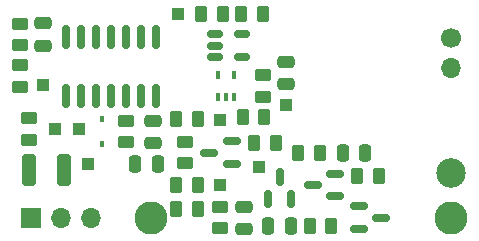
<source format=gbs>
G04 #@! TF.GenerationSoftware,KiCad,Pcbnew,(5.99.0-10559-g8513ca974c)*
G04 #@! TF.CreationDate,2021-05-16T19:19:17+12:00*
G04 #@! TF.ProjectId,SafePulse,53616665-5075-46c7-9365-2e6b69636164,V1.2.2*
G04 #@! TF.SameCoordinates,Original*
G04 #@! TF.FileFunction,Soldermask,Bot*
G04 #@! TF.FilePolarity,Negative*
%FSLAX46Y46*%
G04 Gerber Fmt 4.6, Leading zero omitted, Abs format (unit mm)*
G04 Created by KiCad (PCBNEW (5.99.0-10559-g8513ca974c)) date 2021-05-16 19:19:17*
%MOMM*%
%LPD*%
G01*
G04 APERTURE LIST*
G04 Aperture macros list*
%AMRoundRect*
0 Rectangle with rounded corners*
0 $1 Rounding radius*
0 $2 $3 $4 $5 $6 $7 $8 $9 X,Y pos of 4 corners*
0 Add a 4 corners polygon primitive as box body*
4,1,4,$2,$3,$4,$5,$6,$7,$8,$9,$2,$3,0*
0 Add four circle primitives for the rounded corners*
1,1,$1+$1,$2,$3*
1,1,$1+$1,$4,$5*
1,1,$1+$1,$6,$7*
1,1,$1+$1,$8,$9*
0 Add four rect primitives between the rounded corners*
20,1,$1+$1,$2,$3,$4,$5,0*
20,1,$1+$1,$4,$5,$6,$7,0*
20,1,$1+$1,$6,$7,$8,$9,0*
20,1,$1+$1,$8,$9,$2,$3,0*%
G04 Aperture macros list end*
%ADD10C,1.700000*%
%ADD11O,1.700000X1.700000*%
%ADD12C,2.500000*%
%ADD13C,2.800000*%
%ADD14R,1.700000X1.700000*%
%ADD15R,1.000000X1.000000*%
%ADD16RoundRect,0.250000X-0.262500X-0.450000X0.262500X-0.450000X0.262500X0.450000X-0.262500X0.450000X0*%
%ADD17RoundRect,0.150000X0.587500X0.150000X-0.587500X0.150000X-0.587500X-0.150000X0.587500X-0.150000X0*%
%ADD18RoundRect,0.250000X0.262500X0.450000X-0.262500X0.450000X-0.262500X-0.450000X0.262500X-0.450000X0*%
%ADD19RoundRect,0.250000X-0.250000X-0.475000X0.250000X-0.475000X0.250000X0.475000X-0.250000X0.475000X0*%
%ADD20RoundRect,0.250000X-0.475000X0.250000X-0.475000X-0.250000X0.475000X-0.250000X0.475000X0.250000X0*%
%ADD21RoundRect,0.250000X0.450000X-0.262500X0.450000X0.262500X-0.450000X0.262500X-0.450000X-0.262500X0*%
%ADD22RoundRect,0.250000X-0.450000X0.262500X-0.450000X-0.262500X0.450000X-0.262500X0.450000X0.262500X0*%
%ADD23R,0.450000X0.600000*%
%ADD24RoundRect,0.150000X-0.587500X-0.150000X0.587500X-0.150000X0.587500X0.150000X-0.587500X0.150000X0*%
%ADD25RoundRect,0.150000X0.150000X-0.587500X0.150000X0.587500X-0.150000X0.587500X-0.150000X-0.587500X0*%
%ADD26RoundRect,0.150000X0.150000X-0.825000X0.150000X0.825000X-0.150000X0.825000X-0.150000X-0.825000X0*%
%ADD27RoundRect,0.250000X0.250000X0.475000X-0.250000X0.475000X-0.250000X-0.475000X0.250000X-0.475000X0*%
%ADD28RoundRect,0.150000X-0.512500X-0.150000X0.512500X-0.150000X0.512500X0.150000X-0.512500X0.150000X0*%
%ADD29RoundRect,0.250000X0.475000X-0.250000X0.475000X0.250000X-0.475000X0.250000X-0.475000X-0.250000X0*%
%ADD30RoundRect,0.250000X-0.325000X-1.100000X0.325000X-1.100000X0.325000X1.100000X-0.325000X1.100000X0*%
%ADD31R,0.400000X0.650000*%
G04 APERTURE END LIST*
D10*
X164060000Y-60325000D03*
D11*
X164060000Y-62865000D03*
D12*
X164060000Y-71755000D03*
D13*
X164060000Y-75565000D03*
X138660000Y-75565000D03*
D14*
X128500000Y-75565000D03*
D11*
X131040000Y-75565000D03*
X133580000Y-75565000D03*
D15*
X132520000Y-68020000D03*
D16*
X140795500Y-74803000D03*
X142620500Y-74803000D03*
D15*
X150100000Y-66000000D03*
D16*
X140795500Y-72771000D03*
X142620500Y-72771000D03*
D17*
X154207500Y-71820000D03*
X154207500Y-73720000D03*
X152332500Y-72770000D03*
D15*
X140900000Y-58265000D03*
D18*
X144712500Y-58265000D03*
X142887500Y-58265000D03*
D19*
X148550000Y-76270000D03*
X150450000Y-76270000D03*
D20*
X129520000Y-59070000D03*
X129520000Y-60970000D03*
D15*
X133270000Y-71020000D03*
D19*
X154870000Y-70020000D03*
X156770000Y-70020000D03*
D21*
X141520000Y-70932500D03*
X141520000Y-69107500D03*
D22*
X144502000Y-74607500D03*
X144502000Y-76432500D03*
D23*
X134520000Y-67170000D03*
X134520000Y-69270000D03*
D22*
X127520000Y-59107500D03*
X127520000Y-60932500D03*
D20*
X146534000Y-74615000D03*
X146534000Y-76515000D03*
D24*
X156262500Y-76470000D03*
X156262500Y-74570000D03*
X158137500Y-75520000D03*
D16*
X146387500Y-67024000D03*
X148212500Y-67024000D03*
D25*
X150470000Y-73957500D03*
X148570000Y-73957500D03*
X149520000Y-72082500D03*
D15*
X129520000Y-64270000D03*
D18*
X148112500Y-58265000D03*
X146287500Y-58265000D03*
D20*
X138770000Y-67320000D03*
X138770000Y-69220000D03*
D16*
X147399500Y-69215000D03*
X149224500Y-69215000D03*
D15*
X144500000Y-67265000D03*
X144520000Y-72770000D03*
X147804000Y-71247000D03*
D26*
X139080000Y-65195000D03*
X137810000Y-65195000D03*
X136540000Y-65195000D03*
X135270000Y-65195000D03*
X134000000Y-65195000D03*
X132730000Y-65195000D03*
X131460000Y-65195000D03*
X131460000Y-60245000D03*
X132730000Y-60245000D03*
X134000000Y-60245000D03*
X135270000Y-60245000D03*
X136540000Y-60245000D03*
X137810000Y-60245000D03*
X139080000Y-60245000D03*
D22*
X128270000Y-67107500D03*
X128270000Y-68932500D03*
D27*
X139220000Y-71020000D03*
X137320000Y-71020000D03*
D16*
X140795500Y-67183000D03*
X142620500Y-67183000D03*
D22*
X136520000Y-67307500D03*
X136520000Y-69132500D03*
D28*
X144062500Y-61915000D03*
X144062500Y-60965000D03*
X144062500Y-60015000D03*
X146337500Y-60015000D03*
X146337500Y-61915000D03*
D16*
X156107500Y-72020000D03*
X157932500Y-72020000D03*
D15*
X130520000Y-68020000D03*
D17*
X145457500Y-69070000D03*
X145457500Y-70970000D03*
X143582500Y-70020000D03*
D18*
X152932500Y-70020000D03*
X151107500Y-70020000D03*
D29*
X150100000Y-64250000D03*
X150100000Y-62350000D03*
D21*
X127520000Y-64432500D03*
X127520000Y-62607500D03*
D22*
X148100000Y-63452500D03*
X148100000Y-65277500D03*
D30*
X128295000Y-71501000D03*
X131245000Y-71501000D03*
D18*
X153912500Y-76270000D03*
X152087500Y-76270000D03*
D31*
X145650000Y-65339000D03*
X145000000Y-65339000D03*
X144350000Y-65339000D03*
X144350000Y-63439000D03*
X145650000Y-63439000D03*
M02*

</source>
